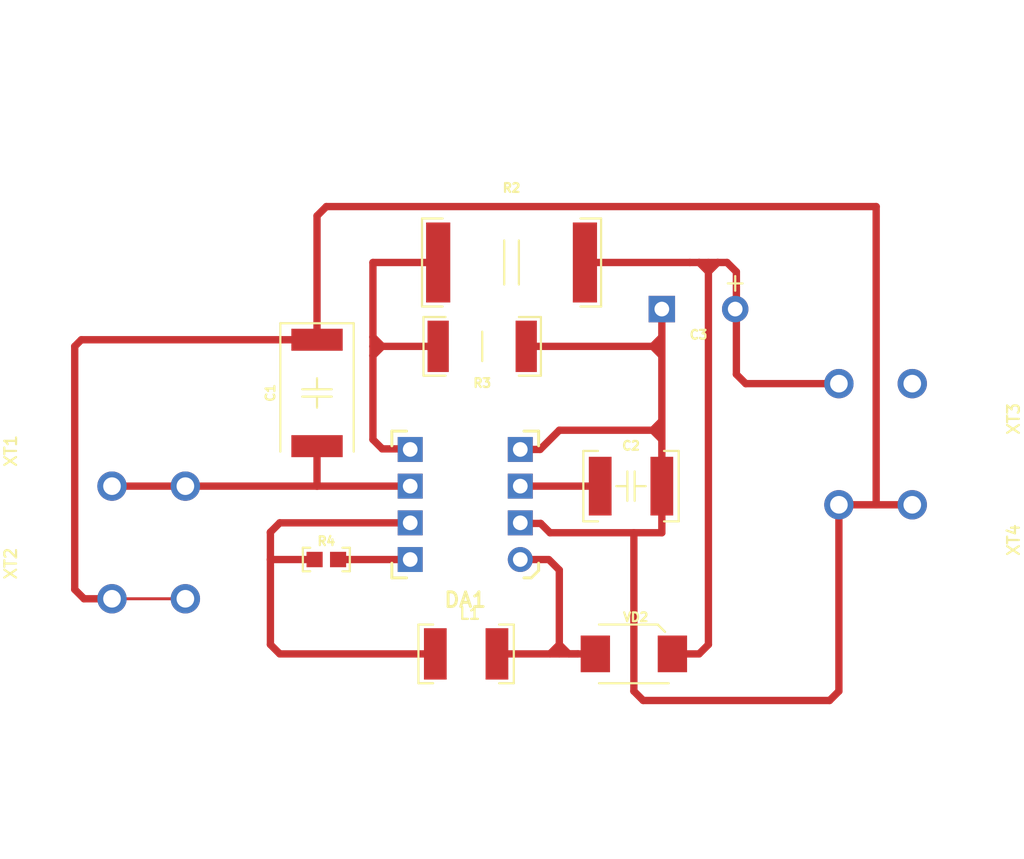
<source format=kicad_pcb>
(kicad_pcb (version 20241229) (generator "pcbnew") (generator_version "9.0")
  (layers (0 "F.Cu" signal) (2 "B.Cu" signal) (13 "F.Paste" user) (15 "B.Paste" user) (5 "F.SilkS" user "F.Silkscreen") (7 "B.SilkS" user "B.Silkscreen") (1 "F.Mask" user) (3 "B.Mask" user) (25 "Edge.Cuts" user))
  (net 0 "")
  (net 1 "GND")
  (net 2 "Net-(DА1-C_OUT)")
  (net 3 "Net-(DА1-VCC(3-40B))")
  (net 4 "Net-(DА1-EXT_CAP)")
  (net 5 "Net-(DА1-FB)")
  (net 6 "Net-(DА1-C_IN)")
  (net 7 "Net-(DА1-CUR_SENS)")
  (net 8 "Net-(VD2-КАТОД)")
  (footprint "KICAD6_RLC:Резистор_SMD_IEC_0603-0,1_Вт" (layer "F.Cu") (at 128.27 76.12)
    (property "Reference" "R4" (at 0 -1.25 0) (layer "F.SilkS") (effects (font (size 0.6 0.6))))
    (property "Value" "smd-резистор*180к*0,1Вт*5проц*0603*ВП")
    (fp_line (start -1.6 -0.8) (end -1.6 0.8) (stroke (width 0.15)) (layer "F.SilkS"))
    (fp_line (start -1.6 -0.8) (end -1.1 -0.8) (stroke (width 0.15)) (layer "F.SilkS"))
    (fp_line (start -1.6 0.8) (end -1.1 0.8) (stroke (width 0.15)) (layer "F.SilkS"))
    (fp_line (start 1.6 -0.8) (end 1.1 -0.8) (stroke (width 0.15)) (layer "F.SilkS"))
    (fp_line (start 1.6 -0.8) (end 1.6 0.8) (stroke (width 0.15)) (layer "F.SilkS"))
    (fp_line (start 1.6 0.8) (end 1.1 0.8) (stroke (width 0.15)) (layer "F.SilkS"))
    (pad "1" smd rect (at -0.8 0) (size 1.1 1.05) (layers "F.Cu" "F.Mask" "F.Paste") (net 7 "Net-(DА1-CUR_SENS)"))
    (pad "2" smd rect (at 0.8 0) (size 1.1 1.05) (layers "F.Cu" "F.Mask" "F.Paste") (net 6 "Net-(DА1-C_IN)"))
  )
  (footprint "KICAD6_RLC:Резистор_SMD_IEC_2512-1,0_Вт" (layer "F.Cu") (at 138.89 61.595 180)
    (property "Reference" "R3" (at 0 -2.5 0) (layer "F.SilkS") (effects (font (size 0.6 0.6))))
    (property "Value" "smd-резистор*2,2*1Вт*5проц*2512*ВП")
    (fp_line (start 4 2) (end 4 -2) (stroke (width 0.15)) (layer "F.SilkS"))
    (fp_line (start 4 -2) (end 2.5 -2) (stroke (width 0.15)) (layer "F.SilkS"))
    (fp_line (start 2.5 2) (end 4 2) (stroke (width 0.15)) (layer "F.SilkS"))
    (fp_line (start 0 -1) (end 0 1) (stroke (width 0.15)) (layer "F.SilkS"))
    (fp_line (start -2.5 -2) (end -4 -2) (stroke (width 0.15)) (layer "F.SilkS"))
    (fp_line (start -4 2) (end -2.5 2) (stroke (width 0.15)) (layer "F.SilkS"))
    (fp_line (start -4 -2) (end -4 2) (stroke (width 0.15)) (layer "F.SilkS"))
    (pad "1" smd rect (at -3 0 180) (size 1.45 3.5) (layers "F.Cu" "F.Mask" "F.Paste") (net 1 "GND") (clearance 0.2))
    (pad "2" smd rect (at 3 0 180) (size 1.45 3.5) (layers "F.Cu" "F.Mask" "F.Paste") (net 5 "Net-(DА1-FB)") (clearance 0.2))
  )
  (footprint "MOTOR_X:СКПП-2,5-1-2-05" (layer "F.Cu") (at 118.665 78.794 90)
    (property "Reference" "XT2" (at 2.4 -11.9 90) (layer "F.SilkS") (effects (font (size 0.8 0.8))))
    (property "Value" "dip-клемма*серая*1контакт*16А*шаг5мм*олово*ВП" (hide yes))
    (pad "1" thru_hole circle (at 0 -5 90) (size 2 2) (drill 1.2) (layers "*.Cu" "*.Mask") (net 1 "GND"))
    (pad "1" thru_hole circle (at 0 0 90) (size 2 2) (drill 1.2) (layers "*.Cu" "*.Mask") (net 1 "GND"))
  )
  (footprint "KICAD6_RLC:Резистор_SMD_IEC_4020-2,0_Вт" (layer "F.Cu") (at 140.89 55.88)
    (property "Reference" "R2" (at 0 -5.08 0) (layer "F.SilkS") (effects (font (size 0.6 0.6))))
    (property "Value" "smd-резистор*47*2Вт*5проц*4020*ВП")
    (fp_line (start -6.1 -3) (end -6.1 3) (stroke (width 0.15)) (layer "F.SilkS"))
    (fp_line (start -6.1 -3) (end -4.7 -3) (stroke (width 0.15)) (layer "F.SilkS"))
    (fp_line (start -6.1 3) (end -4.7 3) (stroke (width 0.15)) (layer "F.SilkS"))
    (fp_line (start -0.5 -1.5) (end -0.5 1.5) (stroke (width 0.15)) (layer "F.SilkS"))
    (fp_line (start 0.5 -1.5) (end 0.5 1.5) (stroke (width 0.15)) (layer "F.SilkS"))
    (fp_line (start 6.1 -3) (end 4.7 -3) (stroke (width 0.15)) (layer "F.SilkS"))
    (fp_line (start 6.1 3) (end 4.7 3) (stroke (width 0.15)) (layer "F.SilkS"))
    (fp_line (start 6.1 3) (end 6.1 -3) (stroke (width 0.15)) (layer "F.SilkS"))
    (pad "1" smd rect (at -5 0) (size 1.65 5.45) (layers "F.Cu" "F.Mask" "F.Paste") (net 5 "Net-(DА1-FB)") (clearance 0.2))
    (pad "2" smd rect (at 5 0) (size 1.65 5.45) (layers "F.Cu" "F.Mask" "F.Paste") (net 8 "Net-(VD2-КАТОД)") (clearance 0.2))
  )
  (footprint "MOTOR_VD_VT_HL:Диод_SMB" (layer "F.Cu") (at 146.85 82.55)
    (property "Reference" "VD2" (at 2.5 -2.5 0) (layer "F.SilkS") (effects (font (size 0.6 0.6))))
    (property "Value" "Ограничитель_напряжения*2Р244А91*6,4В*10мА*ОТК" (hide yes))
    (fp_line (start 0 -2) (end 4 -2) (stroke (width 0.15)) (layer "F.SilkS"))
    (fp_line (start 0 2) (end 4.75 2) (stroke (width 0.15)) (layer "F.SilkS"))
    (fp_line (start 4.5 -1.5) (end 4 -2) (stroke (width 0.15)) (layer "F.SilkS"))
    (pad "1" smd rect (at -0.25 0 90) (size 2.5 2) (layers "F.Cu" "F.Mask" "F.Paste") (net 2 "Net-(DА1-C_OUT)"))
    (pad "2" smd rect (at 5 0 90) (size 2.5 2) (layers "F.Cu" "F.Mask" "F.Paste") (net 8 "Net-(VD2-КАТОД)"))
  )
  (footprint "KICAD6_RLC:Конденсатор_SMD_IEC_1812" (layer "F.Cu") (at 149.03 71.12)
    (property "Reference" "C2" (at 0 -2.75 0) (layer "F.SilkS") (effects (font (size 0.6 0.6))))
    (property "Value" "smd-конденсатор-керамика*1,5мк*25В*1812*ВП")
    (fp_line (start -3.25 -2.4) (end -3.25 2.4) (stroke (width 0.15)) (layer "F.SilkS"))
    (fp_line (start -3.25 -2.4) (end -2.25 -2.4) (stroke (width 0.15)) (layer "F.SilkS"))
    (fp_line (start -3.25 2.4) (end -2.25 2.4) (stroke (width 0.15)) (layer "F.SilkS"))
    (fp_line (start -0.25 -1) (end -0.25 1) (stroke (width 0.15)) (layer "F.SilkS"))
    (fp_line (start -0.25 0) (end -1 0) (stroke (width 0.15)) (layer "F.SilkS"))
    (fp_line (start 0.25 -1) (end 0.25 1) (stroke (width 0.15)) (layer "F.SilkS"))
    (fp_line (start 1 0) (end 0.25 0) (stroke (width 0.15)) (layer "F.SilkS"))
    (fp_line (start 3.25 -2.4) (end 2.25 -2.4) (stroke (width 0.15)) (layer "F.SilkS"))
    (fp_line (start 3.25 -2.4) (end 3.25 2.4) (stroke (width 0.15)) (layer "F.SilkS"))
    (fp_line (start 3.25 2.4) (end 2.25 2.4) (stroke (width 0.15)) (layer "F.SilkS"))
    (pad "1" smd rect (at -2.1 0) (size 1.55 4) (layers "F.Cu" "F.Mask" "F.Paste") (net 4 "Net-(DА1-EXT_CAP)") (clearance 0.2))
    (pad "2" smd rect (at 2.1 0) (size 1.55 4) (layers "F.Cu" "F.Mask" "F.Paste") (net 1 "GND") (clearance 0.2))
  )
  (footprint "KICAD6_RLC:Конденсатор_электролит_DIP_d10х17_horizontal" (layer "F.Cu") (at 153.63 59.055 180)
    (property "Reference" "C3" (at 0 -1.75 0) (layer "F.SilkS") (effects (font (size 0.6 0.6))))
    (property "Value" "dip-конденсатор-электролит*470мк*35В*D10x17-горизонтальный*импорт")
    (fp_line (start -2 1.75) (end -3 1.75) (stroke (width 0.15)) (layer "F.SilkS"))
    (fp_line (start -2.5 2.25) (end -2.5 1.25) (stroke (width 0.15)) (layer "F.SilkS"))
    (pad "1" thru_hole circle (at -2.5 0 180) (size 1.8 1.8) (drill 1) (layers "*.Cu" "*.Mask") (net 8 "Net-(VD2-КАТОД)"))
    (pad "2" thru_hole rect (at 2.5 0 180) (size 1.8 1.8) (drill 1) (layers "*.Cu" "*.Mask") (net 1 "GND"))
  )
  (footprint "MOTOR_X:СКПП-2,5-1-2-05" (layer "F.Cu") (at 118.665 71.12 90)
    (property "Reference" "XT1" (at 2.4 -11.9 90) (layer "F.SilkS") (effects (font (size 0.8 0.8))))
    (property "Value" "dip-клемма*серая*1контакт*16А*шаг5мм*олово*ВП" (hide yes))
    (pad "1" thru_hole circle (at 0 -5 90) (size 2 2) (drill 1.2) (layers "*.Cu" "*.Mask") (net 3 "Net-(DА1-VCC(3-40B))"))
    (pad "1" thru_hole circle (at 0 0 90) (size 2 2) (drill 1.2) (layers "*.Cu" "*.Mask") (net 3 "Net-(DА1-VCC(3-40B))"))
  )
  (footprint "MOTOR_DD:DIP8" (layer "F.Cu") (at 137.735 72.37 180)
    (property "Reference" "DА1" (at 0 -6.5 0) (layer "F.SilkS") (effects (font (thickness 0.2))))
    (property "Value" "~" (hide yes))
    (fp_line (start 5 5) (end 5 4) (stroke (width 0.2)) (layer "F.SilkS"))
    (fp_line (start 5 5) (end 4 5) (stroke (width 0.2)) (layer "F.SilkS"))
    (fp_line (start 5 -5) (end 5 -4) (stroke (width 0.2)) (layer "F.SilkS"))
    (fp_line (start 5 -5) (end 4 -5) (stroke (width 0.2)) (layer "F.SilkS"))
    (fp_line (start -4.5 -5) (end -4 -5) (stroke (width 0.2)) (layer "F.SilkS"))
    (fp_line (start -4.5 -5) (end -5 -4.5) (stroke (width 0.2)) (layer "F.SilkS"))
    (fp_line (start -5 5) (end -4 5) (stroke (width 0.2)) (layer "F.SilkS"))
    (fp_line (start -5 5) (end -5 4) (stroke (width 0.2)) (layer "F.SilkS"))
    (fp_line (start -5 -4.5) (end -5 -4) (stroke (width 0.2)) (layer "F.SilkS"))
    (pad "1" thru_hole circle (at -3.75 -3.75 180) (size 1.7 1.7) (drill 1) (layers "*.Cu" "*.Mask") (net 2 "Net-(DА1-C_OUT)"))
    (pad "2" thru_hole rect (at -3.75 -1.25 180) (size 1.7 1.7) (drill 1) (layers "*.Cu" "*.Mask") (net 1 "GND"))
    (pad "3" thru_hole rect (at -3.75 1.25 180) (size 1.7 1.7) (drill 1) (layers "*.Cu" "*.Mask") (net 4 "Net-(DА1-EXT_CAP)"))
    (pad "4" thru_hole rect (at -3.75 3.75 180) (size 1.7 1.7) (drill 1) (layers "*.Cu" "*.Mask") (net 1 "GND"))
    (pad "5" thru_hole rect (at 3.75 3.75 180) (size 1.7 1.7) (drill 1) (layers "*.Cu" "*.Mask") (net 5 "Net-(DА1-FB)"))
    (pad "6" thru_hole rect (at 3.75 1.25 180) (size 1.7 1.7) (drill 1) (layers "*.Cu" "*.Mask") (net 3 "Net-(DА1-VCC(3-40B))"))
    (pad "7" thru_hole rect (at 3.75 -1.25 180) (size 1.7 1.7) (drill 1) (layers "*.Cu" "*.Mask") (net 7 "Net-(DА1-CUR_SENS)"))
    (pad "8" thru_hole rect (at 3.75 -3.75 180) (size 1.7 1.7) (drill 1) (layers "*.Cu" "*.Mask") (net 6 "Net-(DА1-C_IN)"))
  )
  (footprint "MOTOR_RLC:Индуктивность_МД43Ф(1812)" (layer "F.Cu") (at 137.795 82.55)
    (property "Reference" "L1" (at 0.25 -2.75 0) (layer "F.SilkS") (effects (font (size 0.8 0.8))))
    (property "Value" "smd-индуктивность*47мкГн*0,24А*1812*ВП")
    (fp_line (start -3.25 -2) (end -3.25 2) (stroke (width 0.15)) (layer "F.SilkS"))
    (fp_line (start -3.25 -2) (end -2.25 -2) (stroke (width 0.15)) (layer "F.SilkS"))
    (fp_line (start -3.25 2) (end -2.25 2) (stroke (width 0.15)) (layer "F.SilkS"))
    (fp_line (start 3.25 -2) (end 2.25 -2) (stroke (width 0.15)) (layer "F.SilkS"))
    (fp_line (start 3.25 -2) (end 3.25 2) (stroke (width 0.15)) (layer "F.SilkS"))
    (fp_line (start 3.25 2) (end 2.25 2) (stroke (width 0.15)) (layer "F.SilkS"))
    (pad "1" smd rect (at -2.1 0) (size 1.55 3.5) (layers "F.Cu" "F.Mask" "F.Paste") (net 7 "Net-(DА1-CUR_SENS)") (clearance 0.2))
    (pad "2" smd rect (at 2.1 0) (size 1.55 3.5) (layers "F.Cu" "F.Mask" "F.Paste") (net 2 "Net-(DА1-C_OUT)") (clearance 0.2))
  )
  (footprint "MOTOR_X:СКПП-2,5-1-2-05" (layer "F.Cu") (at 163.195 72.39 -90)
    (property "Reference" "XT4" (at 2.4 -11.9 90) (layer "F.SilkS") (effects (font (size 0.8 0.8))))
    (property "Value" "dip-клемма*серая*1контакт*16А*шаг5мм*олово*ВП" (hide yes))
    (pad "1" thru_hole circle (at 0 -5 270) (size 2 2) (drill 1.2) (layers "*.Cu" "*.Mask") (net 1 "GND"))
    (pad "1" thru_hole circle (at 0 0 270) (size 2 2) (drill 1.2) (layers "*.Cu" "*.Mask") (net 1 "GND"))
  )
  (footprint "KICAD6_RLC:Конденсатор_тантал_SMD_m7343" (layer "F.Cu") (at 127.635 64.77 -90)
    (property "Reference" "C1" (at 0 3.175 90) (layer "F.SilkS") (effects (font (size 0.6 0.6))))
    (property "Value" "smd-конденсатор-тантал*68мк*10В*D*ВП")
    (fp_line (start -4.75 2.5) (end 4 2.5) (stroke (width 0.15)) (layer "F.SilkS"))
    (fp_line (start -0.25 0) (end -1 0) (stroke (width 0.15)) (layer "F.SilkS"))
    (fp_line (start 0.25 0) (end 1 0) (stroke (width 0.15)) (layer "F.SilkS"))
    (fp_line (start -0.25 -1) (end -0.25 1) (stroke (width 0.15)) (layer "F.SilkS"))
    (fp_line (start 0.25 -1) (end 0.25 1) (stroke (width 0.15)) (layer "F.SilkS"))
    (fp_line (start -4.75 -2.5) (end -4.75 2.5) (stroke (width 0.15)) (layer "F.SilkS"))
    (fp_line (start -4.75 -2.5) (end 4 -2.5) (stroke (width 0.15)) (layer "F.SilkS"))
    (pad "1" smd rect (at -3.625 0 270) (size 1.5 3.5) (layers "F.Cu" "F.Mask" "F.Paste") (net 1 "GND"))
    (pad "2" smd rect (at 3.625 0 270) (size 1.5 3.5) (layers "F.Cu" "F.Mask" "F.Paste") (net 3 "Net-(DА1-VCC(3-40B))"))
  )
  (footprint "MOTOR_X:СКПП-2,5-1-2-05" (layer "F.Cu") (at 163.195 64.135 -90)
    (property "Reference" "XT3" (at 2.4 -11.9 90) (layer "F.SilkS") (effects (font (size 0.8 0.8))))
    (property "Value" "dip-клемма*серая*1контакт*16А*шаг5мм*олово*ВП" (hide yes))
    (pad "1" thru_hole circle (at 0 -5 270) (size 2 2) (drill 1.2) (layers "*.Cu" "*.Mask") (net 8 "Net-(VD2-КАТОД)"))
    (pad "1" thru_hole circle (at 0 0 270) (size 2 2) (drill 1.2) (layers "*.Cu" "*.Mask") (net 8 "Net-(VD2-КАТОД)"))
  )
  (gr_line (start 129.54 76.12) (end 128.905 76.12) (stroke (width 0.2)) (layer "F.Cu") (net 6))
  (segment (start 165.735 72.39) (end 163.195 72.39) (width 0.5) (layer "F.Cu") (net 1))
  (segment (start 112.341 78.794) (end 113.665 78.794) (width 0.2) (layer "F.Cu") (net 1))
  (segment (start 151.13 61.595) (end 151.13 62.23) (width 0.5) (layer "F.Cu") (net 1))
  (segment (start 151.13 60.96) (end 151.13 59.055) (width 0.5) (layer "F.Cu") (net 1))
  (segment (start 150.495 67.31) (end 151.13 67.31) (width 0.5) (layer "F.Cu") (net 1))
  (segment (start 144.145 67.31) (end 150.495 67.31) (width 0.5) (layer "F.Cu") (net 1))
  (segment (start 127.635 52.705) (end 128.27 52.07) (width 0.5) (layer "F.Cu") (net 1))
  (segment (start 128.27 52.07) (end 165.735 52.07) (width 0.5) (layer "F.Cu") (net 1))
  (segment (start 111.125 61.595) (end 111.125 78.159) (width 0.5) (layer "F.Cu") (net 1))
  (segment (start 127.635 61.145) (end 111.575 61.145) (width 0.5) (layer "F.Cu") (net 1))
  (segment (start 149.225 74.295) (end 149.225 85.09) (width 0.5) (layer "F.Cu") (net 1))
  (segment (start 141.485 68.62) (end 142.835 68.62) (width 0.5) (layer "F.Cu") (net 1))
  (segment (start 151.13 67.945) (end 151.13 74.295) (width 0.5) (layer "F.Cu") (net 1))
  (segment (start 151.13 66.675) (end 151.13 62.23) (width 0.5) (layer "F.Cu") (net 1))
  (segment (start 151.13 67.31) (end 151.13 66.675) (width 0.5) (layer "F.Cu") (net 1))
  (segment (start 165.735 72.39) (end 168.195 72.39) (width 0.5) (layer "F.Cu") (net 1))
  (segment (start 150.495 67.31) (end 151.13 67.945) (width 0.5) (layer "F.Cu") (net 1))
  (segment (start 111.76 78.794) (end 113.665 78.794) (width 0.5) (layer "F.Cu") (net 1))
  (segment (start 150.495 67.31) (end 151.13 66.675) (width 0.5) (layer "F.Cu") (net 1))
  (segment (start 162.56 85.725) (end 163.195 85.09) (width 0.5) (layer "F.Cu") (net 1))
  (segment (start 149.86 85.725) (end 162.56 85.725) (width 0.5) (layer "F.Cu") (net 1))
  (segment (start 111.125 78.159) (end 111.76 78.794) (width 0.5) (layer "F.Cu") (net 1))
  (segment (start 143.51 74.295) (end 142.875 73.66) (width 0.5) (layer "F.Cu") (net 1))
  (segment (start 142.835 68.62) (end 144.145 67.31) (width 0.5) (layer "F.Cu") (net 1))
  (segment (start 149.225 85.09) (end 149.86 85.725) (width 0.5) (layer "F.Cu") (net 1))
  (segment (start 151.13 60.96) (end 150.495 61.595) (width 0.5) (layer "F.Cu") (net 1))
  (segment (start 150.495 61.595) (end 151.13 61.595) (width 0.5) (layer "F.Cu") (net 1))
  (segment (start 149.225 74.295) (end 143.51 74.295) (width 0.5) (layer "F.Cu") (net 1))
  (segment (start 151.13 62.23) (end 150.495 61.595) (width 0.5) (layer "F.Cu") (net 1))
  (segment (start 111.575 61.145) (end 111.125 61.595) (width 0.5) (layer "F.Cu") (net 1))
  (segment (start 113.665 78.794) (end 118.665 78.794) (width 0.2) (layer "F.Cu") (net 1))
  (segment (start 151.13 74.295) (end 149.225 74.295) (width 0.5) (layer "F.Cu") (net 1))
  (segment (start 150.495 61.595) (end 141.89 61.595) (width 0.5) (layer "F.Cu") (net 1))
  (segment (start 165.735 52.07) (end 165.735 72.39) (width 0.5) (layer "F.Cu") (net 1))
  (segment (start 151.13 61.595) (end 151.13 60.96) (width 0.5) (layer "F.Cu") (net 1))
  (segment (start 142.875 73.66) (end 142.0575 73.66) (width 0.5) (layer "F.Cu") (net 1))
  (segment (start 163.195 85.09) (end 163.195 72.39) (width 0.5) (layer "F.Cu") (net 1))
  (segment (start 127.635 61.145) (end 127.635 52.705) (width 0.5) (layer "F.Cu") (net 1))
  (segment (start 151.13 67.945) (end 151.13 67.31) (width 0.5) (layer "F.Cu") (net 1))
  (segment (start 143.51 76.2) (end 143.43 76.12) (width 0.2) (layer "F.Cu") (net 2))
  (segment (start 144.145 76.835) (end 143.51 76.2) (width 0.5) (layer "F.Cu") (net 2))
  (segment (start 144.78 82.55) (end 145.415 82.55) (width 0.5) (layer "F.Cu") (net 2))
  (segment (start 143.51 82.55) (end 144.145 81.915) (width 0.5) (layer "F.Cu") (net 2))
  (segment (start 146.6 81.915) (end 146.685 81.915) (width 0.2) (layer "F.Cu") (net 2))
  (segment (start 143.51 82.55) (end 144.145 82.55) (width 0.5) (layer "F.Cu") (net 2))
  (segment (start 144.145 81.915) (end 144.145 82.55) (width 0.5) (layer "F.Cu") (net 2))
  (segment (start 144.145 81.915) (end 144.78 82.55) (width 0.5) (layer "F.Cu") (net 2))
  (segment (start 145.415 82.55) (end 146.6 82.55) (width 0.5) (layer "F.Cu") (net 2))
  (segment (start 144.145 81.915) (end 144.145 76.835) (width 0.5) (layer "F.Cu") (net 2))
  (segment (start 139.895 82.55) (end 143.51 82.55) (width 0.5) (layer "F.Cu") (net 2))
  (segment (start 144.145 82.55) (end 145.415 82.55) (width 0.5) (layer "F.Cu") (net 2))
  (segment (start 143.43 76.12) (end 141.485 76.12) (width 0.5) (layer "F.Cu") (net 2))
  (segment (start 127.635 71.12) (end 133.985 71.12) (width 0.5) (layer "F.Cu") (net 3))
  (segment (start 127.635 71.12) (end 127.635 68.395) (width 0.5) (layer "F.Cu") (net 3))
  (segment (start 113.665 71.12) (end 127.635 71.12) (width 0.5) (layer "F.Cu") (net 3))
  (segment (start 141.485 71.12) (end 146.93 71.12) (width 0.5) (layer "F.Cu") (net 4))
  (segment (start 131.445 67.945) (end 132.08 68.58) (width 0.5) (layer "F.Cu") (net 5))
  (segment (start 131.445 60.96) (end 131.445 55.88) (width 0.5) (layer "F.Cu") (net 5))
  (segment (start 135.43 61.77) (end 135.255 61.595) (width 0.5) (layer "F.Cu") (net 5))
  (segment (start 131.445 55.88) (end 135.43 55.88) (width 0.5) (layer "F.Cu") (net 5))
  (segment (start 132.08 61.595) (end 131.445 60.96) (width 0.5) (layer "F.Cu") (net 5))
  (segment (start 132.08 61.595) (end 131.445 62.23) (width 0.5) (layer "F.Cu") (net 5))
  (segment (start 131.445 62.23) (end 131.445 61.595) (width 0.5) (layer "F.Cu") (net 5))
  (segment (start 132.08 68.58) (end 133.945 68.58) (width 0.5) (layer "F.Cu") (net 5))
  (segment (start 131.445 61.595) (end 131.445 60.96) (width 0.5) (layer "F.Cu") (net 5))
  (segment (start 135.255 61.595) (end 132.08 61.595) (width 0.5) (layer "F.Cu") (net 5))
  (segment (start 131.445 62.23) (end 131.445 67.945) (width 0.5) (layer "F.Cu") (net 5))
  (segment (start 133.945 68.58) (end 133.985 68.62) (width 0.2) (layer "F.Cu") (net 5))
  (segment (start 131.445 61.595) (end 132.08 61.595) (width 0.5) (layer "F.Cu") (net 5))
  (segment (start 133.985 76.12) (end 129.54 76.12) (width 0.5) (layer "F.Cu") (net 6))
  (segment (start 125.095 82.55) (end 135.695 82.55) (width 0.5) (layer "F.Cu") (net 7))
  (segment (start 124.46 74.255) (end 125.095 73.62) (width 0.5) (layer "F.Cu") (net 7))
  (segment (start 133.985 73.62) (end 125.095 73.62) (width 0.5) (layer "F.Cu") (net 7))
  (segment (start 124.46 76.12) (end 124.46 74.295) (width 0.5) (layer "F.Cu") (net 7))
  (segment (start 124.46 74.295) (end 124.46 74.255) (width 0.5) (layer "F.Cu") (net 7))
  (segment (start 124.46 76.12) (end 124.46 81.915) (width 0.5) (layer "F.Cu") (net 7))
  (segment (start 124.46 76.12) (end 127.47 76.12) (width 0.5) (layer "F.Cu") (net 7))
  (segment (start 125.095 82.55) (end 124.46 81.915) (width 0.5) (layer "F.Cu") (net 7))
  (segment (start 153.67 82.55) (end 151.85 82.55) (width 0.5) (layer "F.Cu") (net 8))
  (segment (start 156.21 56.515) (end 156.21 63.5) (width 0.5) (layer "F.Cu") (net 8))
  (segment (start 154.305 56.515) (end 154.94 55.88) (width 0.5) (layer "F.Cu") (net 8))
  (segment (start 155.575 55.88) (end 156.21 56.515) (width 0.5) (layer "F.Cu") (net 8))
  (segment (start 153.67 55.88) (end 154.305 56.515) (width 0.5) (layer "F.Cu") (net 8))
  (segment (start 145.89 55.88) (end 153.035 55.88) (width 0.5) (layer "F.Cu") (net 8))
  (segment (start 153.035 55.88) (end 153.67 55.88) (width 0.5) (layer "F.Cu") (net 8))
  (segment (start 154.305 56.515) (end 154.305 81.915) (width 0.5) (layer "F.Cu") (net 8))
  (segment (start 154.305 81.915) (end 153.67 82.55) (width 0.5) (layer "F.Cu") (net 8))
  (segment (start 153.67 55.88) (end 154.94 55.88) (width 0.5) (layer "F.Cu") (net 8))
  (segment (start 156.845 64.135) (end 163.195 64.135) (width 0.5) (layer "F.Cu") (net 8))
  (segment (start 156.21 63.5) (end 156.845 64.135) (width 0.5) (layer "F.Cu") (net 8))
  (segment (start 154.305 55.88) (end 154.305 56.515) (width 0.5) (layer "F.Cu") (net 8))
  (segment (start 154.94 55.88) (end 155.575 55.88) (width 0.5) (layer "F.Cu") (net 8))
)
</source>
